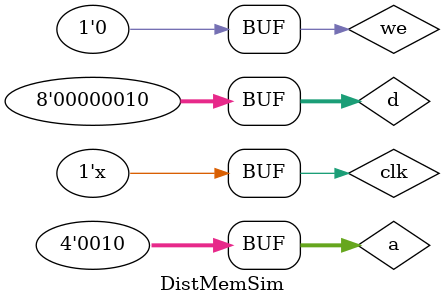
<source format=v>
module DistMemSim();
  reg clk = 0, we;
  reg [3:0] a;
  reg [7:0] d;
  wire [7:0] spo;

  always #5 clk <= ~clk;

  DistMem distmem(.clk(clk), .we(we), .a(a), .d(d), .spo(spo));

  initial begin
    we = 1;
    a = 0;
    d = 0;
    #20;
    we = 1;
    a = 1;
    d = 1;
    #20;
    we = 1;
    a = 2;
    d = 2;
    #20;
    we = 0;
    a = 0;
    #20;
    we = 0;
    a = 1;
    #20;
    we = 0;
    a = 2;
    #20;
  end
endmodule

</source>
